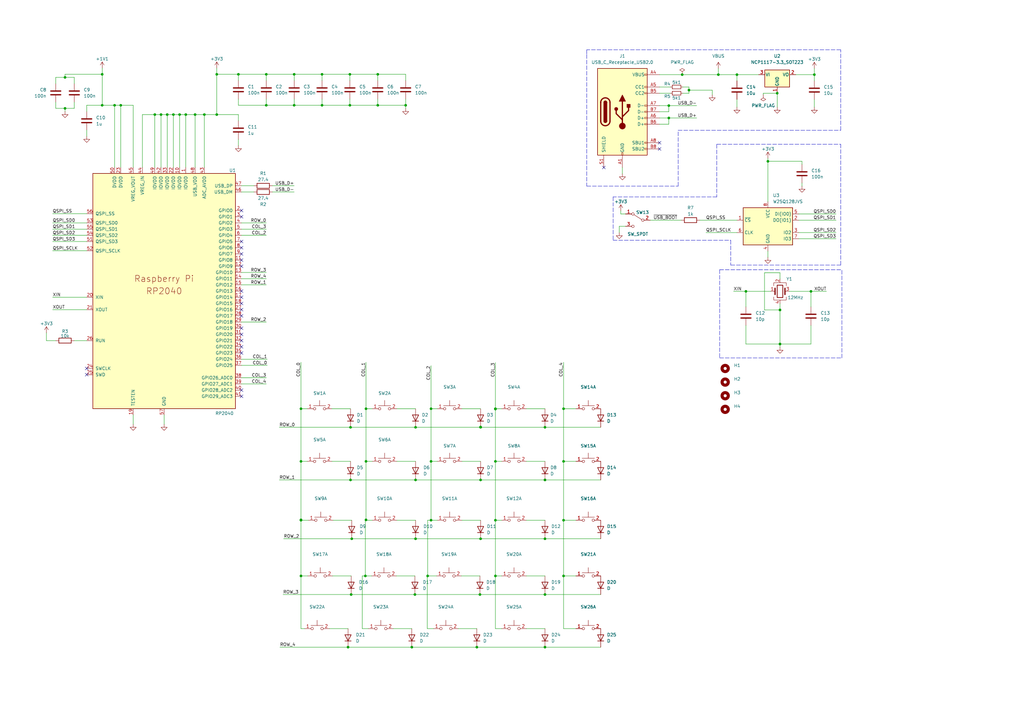
<source format=kicad_sch>
(kicad_sch (version 20211123) (generator eeschema)
  (paper "A3")
  (junction (at 170.434 175.26))
  (junction (at 223.52 243.84))
  (junction (at 332.613 119.507))
  (junction (at 319.913 141.097))
  (junction (at 231.14 167.64))
  (junction (at 144.272 220.98))
  (junction (at 294.64 30.607))
  (junction (at 76.2 46.99))
  (junction (at 26.67 44.45))
  (junction (at 88.9 46.99))
  (junction (at 166.37 43.18))
  (junction (at 143.764 196.85))
  (junction (at 168.91 265.43))
  (junction (at 223.52 175.26))
  (junction (at 66.04 46.99))
  (junction (at 143.764 175.26))
  (junction (at 302.26 30.607))
  (junction (at 318.77 38.227))
  (junction (at 319.913 127.127))
  (junction (at 49.53 43.18))
  (junction (at 132.08 43.18))
  (junction (at 123.444 167.64))
  (junction (at 123.444 213.233))
  (junction (at 176.784 213.36))
  (junction (at 68.58 46.99))
  (junction (at 203.2 189.23))
  (junction (at 176.784 189.23))
  (junction (at 143.51 30.48))
  (junction (at 144.018 243.84))
  (junction (at 197.104 220.98))
  (junction (at 88.9 30.48))
  (junction (at 196.85 243.84))
  (junction (at 197.104 175.133))
  (junction (at 83.82 46.99))
  (junction (at 132.08 30.48))
  (junction (at 305.943 119.507))
  (junction (at 154.94 43.18))
  (junction (at 203.2 213.36))
  (junction (at 120.65 43.18))
  (junction (at 120.65 30.48))
  (junction (at 142.748 265.43))
  (junction (at 46.99 43.18))
  (junction (at 41.91 43.18))
  (junction (at 231.14 189.23))
  (junction (at 279.8003 30.607))
  (junction (at 150.114 189.23))
  (junction (at 149.86 236.22))
  (junction (at 203.2 167.64))
  (junction (at 231.14 236.22))
  (junction (at 195.58 265.43))
  (junction (at 282.575 36.957))
  (junction (at 223.52 265.43))
  (junction (at 123.444 189.23))
  (junction (at 150.114 213.233))
  (junction (at 203.2 236.22))
  (junction (at 274.32 43.307))
  (junction (at 175.387 236.22))
  (junction (at 109.22 43.18))
  (junction (at 170.434 196.85))
  (junction (at 123.444 236.22))
  (junction (at 80.01 46.99))
  (junction (at 223.52 196.85))
  (junction (at 63.5 46.99))
  (junction (at 223.52 220.98))
  (junction (at 154.94 30.48))
  (junction (at 334.01 30.607))
  (junction (at 203.2 167.767))
  (junction (at 123.444 213.36))
  (junction (at 150.114 167.64))
  (junction (at 26.67 31.75))
  (junction (at 170.18 243.84))
  (junction (at 97.79 30.48))
  (junction (at 314.96 66.167))
  (junction (at 274.32 48.387))
  (junction (at 71.12 46.99))
  (junction (at 197.104 175.26))
  (junction (at 170.434 220.98))
  (junction (at 231.14 213.36))
  (junction (at 73.66 46.99))
  (junction (at 197.104 196.85))
  (junction (at 41.91 30.48))
  (junction (at 176.784 167.64))
  (junction (at 143.51 43.18))
  (junction (at 109.22 30.48))
  (no_connect (at 99.06 106.68))
  (no_connect (at 99.06 109.22))
  (no_connect (at 247.65 68.707))
  (no_connect (at 99.06 144.78))
  (no_connect (at 99.06 160.02))
  (no_connect (at 270.51 61.087))
  (no_connect (at 99.06 162.56))
  (no_connect (at 35.56 153.67))
  (no_connect (at 99.06 119.38))
  (no_connect (at 99.06 142.24))
  (no_connect (at 99.06 99.06))
  (no_connect (at 99.06 104.14))
  (no_connect (at 99.06 129.54))
  (no_connect (at 99.06 101.6))
  (no_connect (at 35.56 151.13))
  (no_connect (at 99.06 86.36))
  (no_connect (at 270.51 58.547))
  (no_connect (at 99.06 127))
  (no_connect (at 99.06 88.9))
  (no_connect (at 99.06 137.16))
  (no_connect (at 99.06 121.92))
  (no_connect (at 99.06 139.7))
  (no_connect (at 99.06 134.62))
  (no_connect (at 99.06 124.46))
  (wire (pts (xy 166.37 40.64) (xy 166.37 43.18)))
  (wire (pts (xy 88.9 46.99) (xy 97.79 46.99)))
  (wire (pts (xy 223.52 175.26) (xy 246.38 175.26)))
  (wire (pts (xy 176.784 167.64) (xy 179.324 167.64)))
  (wire (pts (xy 176.784 189.23) (xy 179.324 189.23)))
  (wire (pts (xy 313.563 111.887) (xy 313.563 127.127)))
  (wire (pts (xy 132.08 43.18) (xy 143.51 43.18)))
  (wire (pts (xy 287.02 90.297) (xy 302.26 90.297)))
  (wire (pts (xy 176.784 149.987) (xy 176.784 167.64)))
  (wire (pts (xy 150.114 213.233) (xy 150.114 213.36)))
  (wire (pts (xy 35.56 53.34) (xy 35.56 55.88)))
  (polyline (pts (xy 295.148 110.617) (xy 295.148 146.812)))
  (wire (pts (xy 203.2 189.23) (xy 203.2 213.36)))
  (wire (pts (xy 132.08 30.48) (xy 143.51 30.48)))
  (wire (pts (xy 274.32 48.387) (xy 285.75 48.387)))
  (wire (pts (xy 254.635 87.757) (xy 254.635 86.487)))
  (wire (pts (xy 123.444 236.22) (xy 123.444 257.81)))
  (wire (pts (xy 99.06 157.48) (xy 109.22 157.48)))
  (wire (pts (xy 319.913 141.097) (xy 332.613 141.097)))
  (wire (pts (xy 88.9 30.48) (xy 88.9 46.99)))
  (wire (pts (xy 197.104 196.85) (xy 223.52 196.85)))
  (wire (pts (xy 203.2 167.64) (xy 205.74 167.64)))
  (wire (pts (xy 88.9 46.99) (xy 83.82 46.99)))
  (wire (pts (xy 231.14 213.36) (xy 236.22 213.36)))
  (wire (pts (xy 58.42 68.58) (xy 58.42 46.99)))
  (wire (pts (xy 300.863 119.507) (xy 305.943 119.507)))
  (wire (pts (xy 68.58 46.99) (xy 71.12 46.99)))
  (wire (pts (xy 270.51 50.927) (xy 274.32 50.927)))
  (wire (pts (xy 282.575 36.957) (xy 282.575 38.227)))
  (wire (pts (xy 197.104 175.26) (xy 197.104 175.133)))
  (wire (pts (xy 332.613 119.507) (xy 338.963 119.507)))
  (wire (pts (xy 231.14 236.22) (xy 231.14 257.81)))
  (wire (pts (xy 162.814 189.23) (xy 170.434 189.23)))
  (wire (pts (xy 280.035 35.687) (xy 282.575 35.687)))
  (polyline (pts (xy 345.313 146.812) (xy 345.313 110.617)))
  (wire (pts (xy 135.128 257.81) (xy 142.748 257.81)))
  (wire (pts (xy 123.444 189.23) (xy 123.444 213.233)))
  (wire (pts (xy 30.48 41.91) (xy 30.48 44.45)))
  (wire (pts (xy 305.943 119.507) (xy 305.943 125.857)))
  (wire (pts (xy 99.06 114.3) (xy 109.22 114.3)))
  (polyline (pts (xy 240.665 22.352) (xy 240.665 76.327)))
  (wire (pts (xy 162.814 167.64) (xy 170.434 167.64)))
  (wire (pts (xy 97.79 43.18) (xy 109.22 43.18)))
  (wire (pts (xy 97.79 46.99) (xy 97.79 49.53)))
  (wire (pts (xy 231.14 189.23) (xy 236.22 189.23)))
  (wire (pts (xy 63.5 68.58) (xy 63.5 46.99)))
  (wire (pts (xy 175.26 257.81) (xy 177.8 257.81)))
  (wire (pts (xy 123.444 236.22) (xy 126.238 236.22)))
  (wire (pts (xy 289.56 95.377) (xy 302.26 95.377)))
  (wire (pts (xy 282.575 35.687) (xy 282.575 36.957)))
  (wire (pts (xy 19.05 139.7) (xy 22.86 139.7)))
  (wire (pts (xy 149.86 236.22) (xy 152.4 236.22)))
  (wire (pts (xy 223.52 196.85) (xy 246.38 196.85)))
  (wire (pts (xy 88.9 30.48) (xy 97.79 30.48)))
  (wire (pts (xy 334.01 28.067) (xy 334.01 30.607)))
  (wire (pts (xy 149.86 213.233) (xy 150.114 213.233)))
  (wire (pts (xy 203.2 167.64) (xy 203.2 167.767)))
  (wire (pts (xy 319.913 127.127) (xy 319.913 124.587)))
  (wire (pts (xy 319.913 127.127) (xy 319.913 141.097)))
  (wire (pts (xy 313.563 127.127) (xy 319.913 127.127)))
  (wire (pts (xy 143.51 30.48) (xy 143.51 33.02)))
  (wire (pts (xy 99.06 76.2) (xy 104.14 76.2)))
  (wire (pts (xy 154.94 30.48) (xy 154.94 33.02)))
  (wire (pts (xy 215.9 236.22) (xy 223.52 236.22)))
  (wire (pts (xy 175.26 236.22) (xy 175.26 257.81)))
  (wire (pts (xy 73.66 46.99) (xy 76.2 46.99)))
  (wire (pts (xy 21.59 102.87) (xy 35.56 102.87)))
  (wire (pts (xy 332.613 133.477) (xy 332.613 141.097)))
  (wire (pts (xy 83.82 46.99) (xy 83.82 68.58)))
  (polyline (pts (xy 344.805 53.467) (xy 344.805 20.447)))
  (wire (pts (xy 83.82 46.99) (xy 80.01 46.99)))
  (wire (pts (xy 109.22 30.48) (xy 109.22 33.02)))
  (wire (pts (xy 332.613 119.507) (xy 332.613 125.857)))
  (wire (pts (xy 54.61 170.18) (xy 54.61 173.99)))
  (polyline (pts (xy 299.72 98.552) (xy 299.72 108.712)))
  (wire (pts (xy 143.51 40.64) (xy 143.51 43.18)))
  (wire (pts (xy 231.14 236.22) (xy 236.22 236.22)))
  (wire (pts (xy 223.52 220.98) (xy 246.38 220.98)))
  (wire (pts (xy 21.59 96.52) (xy 35.56 96.52)))
  (wire (pts (xy 120.65 30.48) (xy 120.65 33.02)))
  (wire (pts (xy 274.32 43.307) (xy 285.75 43.307)))
  (wire (pts (xy 99.06 149.86) (xy 109.601 149.86)))
  (wire (pts (xy 150.114 148.59) (xy 150.114 167.64)))
  (wire (pts (xy 120.65 43.18) (xy 132.08 43.18)))
  (wire (pts (xy 88.9 27.94) (xy 88.9 30.48)))
  (wire (pts (xy 170.18 243.84) (xy 196.85 243.84)))
  (polyline (pts (xy 294.005 80.772) (xy 251.46 80.772)))
  (wire (pts (xy 170.434 175.26) (xy 197.104 175.26)))
  (wire (pts (xy 149.86 236.22) (xy 149.86 213.233)))
  (polyline (pts (xy 295.148 146.812) (xy 345.313 146.812)))
  (wire (pts (xy 166.37 30.48) (xy 166.37 33.02)))
  (wire (pts (xy 132.08 40.64) (xy 132.08 43.18)))
  (wire (pts (xy 148.59 257.81) (xy 151.13 257.81)))
  (wire (pts (xy 41.91 43.18) (xy 46.99 43.18)))
  (wire (pts (xy 175.387 213.36) (xy 176.784 213.36)))
  (wire (pts (xy 270.51 35.687) (xy 274.955 35.687)))
  (wire (pts (xy 41.91 27.94) (xy 41.91 30.48)))
  (wire (pts (xy 148.59 236.22) (xy 149.86 236.22)))
  (wire (pts (xy 26.67 44.45) (xy 26.67 45.72)))
  (wire (pts (xy 114.554 196.85) (xy 143.764 196.85)))
  (polyline (pts (xy 251.46 98.552) (xy 299.72 98.552)))
  (wire (pts (xy 196.85 243.84) (xy 223.52 243.84)))
  (wire (pts (xy 231.14 257.81) (xy 236.22 257.81)))
  (wire (pts (xy 76.2 68.58) (xy 76.2 46.99)))
  (wire (pts (xy 282.575 38.227) (xy 280.035 38.227)))
  (wire (pts (xy 231.14 167.64) (xy 236.22 167.64)))
  (wire (pts (xy 136.144 167.64) (xy 143.764 167.64)))
  (wire (pts (xy 231.14 213.36) (xy 231.14 236.22)))
  (wire (pts (xy 150.114 167.64) (xy 152.654 167.64)))
  (wire (pts (xy 154.94 40.64) (xy 154.94 43.18)))
  (wire (pts (xy 161.29 257.81) (xy 168.91 257.81)))
  (wire (pts (xy 162.814 213.36) (xy 170.434 213.36)))
  (wire (pts (xy 176.784 189.23) (xy 176.784 213.36)))
  (wire (pts (xy 316.103 119.507) (xy 305.943 119.507)))
  (wire (pts (xy 26.67 30.48) (xy 41.91 30.48)))
  (wire (pts (xy 123.444 257.81) (xy 124.968 257.81)))
  (wire (pts (xy 123.444 189.23) (xy 125.984 189.23)))
  (wire (pts (xy 328.93 75.057) (xy 328.93 76.327)))
  (wire (pts (xy 109.22 40.64) (xy 109.22 43.18)))
  (wire (pts (xy 274.32 50.927) (xy 274.32 48.387)))
  (wire (pts (xy 313.055 38.227) (xy 318.77 38.227)))
  (wire (pts (xy 328.93 67.437) (xy 328.93 66.167)))
  (wire (pts (xy 270.51 43.307) (xy 274.32 43.307)))
  (wire (pts (xy 126.492 213.36) (xy 123.444 213.36)))
  (wire (pts (xy 334.01 40.767) (xy 334.01 43.942)))
  (polyline (pts (xy 294.005 59.182) (xy 294.005 80.772)))
  (polyline (pts (xy 251.46 85.217) (xy 251.46 98.552)))
  (wire (pts (xy 99.06 91.44) (xy 109.22 91.44)))
  (wire (pts (xy 254 92.837) (xy 254 95.377)))
  (wire (pts (xy 170.434 220.98) (xy 197.104 220.98)))
  (wire (pts (xy 314.96 64.897) (xy 314.96 66.167)))
  (wire (pts (xy 150.114 213.36) (xy 152.654 213.36)))
  (wire (pts (xy 144.272 220.98) (xy 170.434 220.98)))
  (wire (pts (xy 319.913 114.427) (xy 319.913 111.887)))
  (wire (pts (xy 215.9 213.36) (xy 223.52 213.36)))
  (wire (pts (xy 144.018 243.84) (xy 170.18 243.84)))
  (wire (pts (xy 305.943 133.477) (xy 305.943 141.097)))
  (wire (pts (xy 302.26 33.147) (xy 302.26 30.607)))
  (wire (pts (xy 215.9 189.23) (xy 223.52 189.23)))
  (wire (pts (xy 294.64 30.607) (xy 302.26 30.607)))
  (wire (pts (xy 215.9 167.64) (xy 223.52 167.64)))
  (polyline (pts (xy 344.805 20.447) (xy 240.665 20.447)))
  (wire (pts (xy 143.51 30.48) (xy 154.94 30.48)))
  (polyline (pts (xy 278.13 76.327) (xy 278.13 53.467)))
  (polyline (pts (xy 344.805 108.712) (xy 344.805 59.182)))
  (wire (pts (xy 150.114 189.23) (xy 150.114 213.233)))
  (polyline (pts (xy 295.148 110.617) (xy 345.313 110.617)))
  (wire (pts (xy 26.67 31.75) (xy 26.67 30.48)))
  (wire (pts (xy 314.96 66.167) (xy 314.96 82.677)))
  (wire (pts (xy 319.913 141.097) (xy 319.913 142.367)))
  (wire (pts (xy 326.39 30.607) (xy 334.01 30.607)))
  (wire (pts (xy 76.2 46.99) (xy 80.01 46.99)))
  (wire (pts (xy 266.7 90.297) (xy 279.4 90.297)))
  (polyline (pts (xy 294.005 59.182) (xy 344.805 59.182)))
  (wire (pts (xy 111.76 76.2) (xy 120.65 76.2)))
  (wire (pts (xy 231.14 167.64) (xy 231.14 189.23)))
  (wire (pts (xy 175.387 236.22) (xy 179.07 236.22)))
  (wire (pts (xy 256.54 87.757) (xy 254.635 87.757)))
  (wire (pts (xy 66.04 68.58) (xy 66.04 46.99)))
  (wire (pts (xy 223.52 243.84) (xy 246.38 243.84)))
  (wire (pts (xy 314.96 66.167) (xy 328.93 66.167)))
  (wire (pts (xy 189.484 189.23) (xy 197.104 189.23)))
  (wire (pts (xy 270.51 45.847) (xy 274.32 45.847)))
  (wire (pts (xy 123.444 213.36) (xy 123.444 236.22)))
  (wire (pts (xy 58.42 46.99) (xy 63.5 46.99)))
  (wire (pts (xy 143.764 175.26) (xy 170.434 175.26)))
  (polyline (pts (xy 251.46 80.772) (xy 251.46 84.582)))
  (wire (pts (xy 21.59 91.44) (xy 35.56 91.44)))
  (wire (pts (xy 71.12 68.58) (xy 71.12 46.99)))
  (wire (pts (xy 120.65 40.64) (xy 120.65 43.18)))
  (wire (pts (xy 319.913 111.887) (xy 313.563 111.887)))
  (wire (pts (xy 114.808 265.43) (xy 142.748 265.43)))
  (wire (pts (xy 327.66 87.757) (xy 342.9 87.757)))
  (wire (pts (xy 26.67 44.45) (xy 30.48 44.45)))
  (wire (pts (xy 68.58 68.58) (xy 68.58 46.99)))
  (wire (pts (xy 73.66 68.58) (xy 73.66 46.99)))
  (wire (pts (xy 21.59 121.92) (xy 35.56 121.92)))
  (wire (pts (xy 154.94 30.48) (xy 166.37 30.48)))
  (wire (pts (xy 274.32 45.847) (xy 274.32 43.307)))
  (wire (pts (xy 189.484 213.36) (xy 197.104 213.36)))
  (wire (pts (xy 270.51 48.387) (xy 274.32 48.387)))
  (wire (pts (xy 270.51 38.227) (xy 274.955 38.227)))
  (wire (pts (xy 99.06 111.76) (xy 109.22 111.76)))
  (wire (pts (xy 327.66 90.297) (xy 342.9 90.297)))
  (wire (pts (xy 123.444 167.64) (xy 123.444 189.23)))
  (wire (pts (xy 35.56 43.18) (xy 41.91 43.18)))
  (wire (pts (xy 30.48 31.75) (xy 30.48 34.29)))
  (wire (pts (xy 143.51 43.18) (xy 154.94 43.18)))
  (wire (pts (xy 197.104 220.98) (xy 223.52 220.98)))
  (wire (pts (xy 99.06 132.08) (xy 109.22 132.08)))
  (wire (pts (xy 63.5 46.99) (xy 66.04 46.99)))
  (wire (pts (xy 223.52 175.26) (xy 197.104 175.26)))
  (wire (pts (xy 175.387 236.22) (xy 175.387 213.36)))
  (wire (pts (xy 279.8003 30.607) (xy 294.64 30.607)))
  (wire (pts (xy 22.86 31.75) (xy 26.67 31.75)))
  (polyline (pts (xy 278.13 53.467) (xy 344.805 53.467)))
  (wire (pts (xy 231.14 148.59) (xy 231.14 167.64)))
  (wire (pts (xy 168.91 265.43) (xy 195.58 265.43)))
  (wire (pts (xy 99.06 154.94) (xy 109.22 154.94)))
  (wire (pts (xy 143.764 196.85) (xy 170.434 196.85)))
  (wire (pts (xy 203.2 236.22) (xy 205.74 236.22)))
  (wire (pts (xy 162.56 236.22) (xy 170.18 236.22)))
  (wire (pts (xy 166.37 43.18) (xy 166.37 44.45)))
  (wire (pts (xy 302.26 40.767) (xy 302.26 43.942)))
  (wire (pts (xy 99.06 78.74) (xy 104.14 78.74)))
  (wire (pts (xy 109.22 43.18) (xy 120.65 43.18)))
  (wire (pts (xy 203.2 189.23) (xy 205.74 189.23)))
  (wire (pts (xy 203.2 236.22) (xy 203.2 257.81)))
  (wire (pts (xy 97.79 40.64) (xy 97.79 43.18)))
  (wire (pts (xy 116.078 243.84) (xy 144.018 243.84)))
  (wire (pts (xy 35.56 45.72) (xy 35.56 43.18)))
  (wire (pts (xy 255.27 68.707) (xy 255.27 71.247)))
  (wire (pts (xy 46.99 43.18) (xy 46.99 68.58)))
  (wire (pts (xy 292.1 36.957) (xy 292.1 38.862)))
  (wire (pts (xy 123.444 213.36) (xy 123.444 213.233)))
  (wire (pts (xy 294.64 28.067) (xy 294.64 30.607)))
  (wire (pts (xy 148.59 257.81) (xy 148.59 236.22)))
  (wire (pts (xy 231.14 189.23) (xy 231.14 213.36)))
  (wire (pts (xy 314.96 102.997) (xy 314.96 105.537)))
  (wire (pts (xy 323.723 119.507) (xy 332.613 119.507)))
  (wire (pts (xy 176.784 167.64) (xy 176.784 189.23)))
  (wire (pts (xy 142.748 265.43) (xy 168.91 265.43)))
  (wire (pts (xy 97.79 33.02) (xy 97.79 30.48)))
  (wire (pts (xy 54.61 43.18) (xy 54.61 68.58)))
  (wire (pts (xy 203.2 167.767) (xy 203.2 189.23)))
  (wire (pts (xy 195.58 265.43) (xy 223.52 265.43)))
  (wire (pts (xy 327.66 97.917) (xy 342.9 97.917)))
  (wire (pts (xy 99.06 147.32) (xy 109.601 147.32)))
  (wire (pts (xy 21.59 93.98) (xy 35.56 93.98)))
  (wire (pts (xy 313.055 38.862) (xy 313.055 38.227)))
  (wire (pts (xy 327.66 95.377) (xy 342.9 95.377)))
  (wire (pts (xy 334.01 30.607) (xy 334.01 33.147)))
  (wire (pts (xy 22.86 41.91) (xy 22.86 44.45)))
  (wire (pts (xy 154.94 43.18) (xy 166.37 43.18)))
  (wire (pts (xy 132.08 30.48) (xy 132.08 33.02)))
  (wire (pts (xy 223.52 265.43) (xy 246.38 265.43)))
  (wire (pts (xy 318.77 38.227) (xy 318.77 43.942)))
  (polyline (pts (xy 240.665 20.447) (xy 240.665 22.352)))
  (wire (pts (xy 21.59 99.06) (xy 35.56 99.06)))
  (wire (pts (xy 49.53 43.18) (xy 49.53 68.58)))
  (wire (pts (xy 19.05 136.525) (xy 19.05 139.7)))
  (wire (pts (xy 22.86 34.29) (xy 22.86 31.75)))
  (wire (pts (xy 66.04 46.99) (xy 68.58 46.99)))
  (wire (pts (xy 302.26 30.607) (xy 311.15 30.607)))
  (wire (pts (xy 187.96 257.81) (xy 195.58 257.81)))
  (wire (pts (xy 123.444 167.64) (xy 125.984 167.64)))
  (wire (pts (xy 170.434 196.85) (xy 197.104 196.85)))
  (wire (pts (xy 99.06 116.84) (xy 109.22 116.84)))
  (wire (pts (xy 282.575 36.957) (xy 292.1 36.957)))
  (wire (pts (xy 80.01 46.99) (xy 80.01 68.58)))
  (wire (pts (xy 67.31 170.18) (xy 67.31 173.99)))
  (wire (pts (xy 215.9 257.81) (xy 223.52 257.81)))
  (wire (pts (xy 109.22 30.48) (xy 120.65 30.48)))
  (wire (pts (xy 22.86 44.45) (xy 26.67 44.45)))
  (wire (pts (xy 203.2 257.81) (xy 205.74 257.81)))
  (wire (pts (xy 21.59 87.63) (xy 35.56 87.63)))
  (wire (pts (xy 26.67 31.75) (xy 30.48 31.75)))
  (wire (pts (xy 203.2 213.36) (xy 203.2 236.22)))
  (wire (pts (xy 189.23 236.22) (xy 196.85 236.22)))
  (wire (pts (xy 49.53 43.18) (xy 54.61 43.18)))
  (wire (pts (xy 116.332 220.98) (xy 144.272 220.98)))
  (wire (pts (xy 46.99 43.18) (xy 49.53 43.18)))
  (wire (pts (xy 256.54 92.837) (xy 254 92.837)))
  (wire (pts (xy 97.79 30.48) (xy 109.22 30.48)))
  (polyline (pts (xy 240.665 76.327) (xy 278.13 76.327)))
  (wire (pts (xy 114.554 175.26) (xy 143.764 175.26)))
  (wire (pts (xy 150.114 189.23) (xy 152.654 189.23)))
  (wire (pts (xy 189.484 167.64) (xy 197.104 167.64)))
  (wire (pts (xy 136.398 236.22) (xy 144.018 236.22)))
  (wire (pts (xy 97.79 57.15) (xy 97.79 59.69)))
  (wire (pts (xy 71.12 46.99) (xy 73.66 46.99)))
  (wire (pts (xy 136.652 213.36) (xy 144.272 213.36)))
  (wire (pts (xy 111.76 78.74) (xy 120.65 78.74)))
  (wire (pts (xy 305.943 141.097) (xy 319.913 141.097)))
  (wire (pts (xy 21.59 127) (xy 35.56 127)))
  (wire (pts (xy 120.65 30.48) (xy 132.08 30.48)))
  (wire (pts (xy 175.26 236.22) (xy 175.387 236.22)))
  (wire (pts (xy 41.91 43.18) (xy 41.91 30.48)))
  (wire (pts (xy 123.444 148.59) (xy 123.444 167.64)))
  (wire (pts (xy 136.144 189.23) (xy 143.764 189.23)))
  (wire (pts (xy 150.114 167.64) (xy 150.114 189.23)))
  (wire (pts (xy 99.06 96.52) (xy 109.22 96.52)))
  (wire (pts (xy 30.48 139.7) (xy 35.56 139.7)))
  (wire (pts (xy 203.2 213.36) (xy 205.74 213.36)))
  (wire (pts (xy 270.51 30.607) (xy 279.8003 30.607)))
  (wire (pts (xy 176.784 213.36) (xy 179.324 213.36)))
  (polyline (pts (xy 299.72 108.712) (xy 344.805 108.712)))
  (wire (pts (xy 99.06 93.98) (xy 109.22 93.98)))
  (wire (pts (xy 203.2 148.717) (xy 203.2 167.64)))
  (label "XOUT" (at 21.59 127 0))
  (label "COL_3" (at 109.22 154.94 180))
  (label "QSPI_SD2" (at 342.9 95.377 180))
  (label "COL_4" (at 109.22 157.48 180))
  (label "ROW_4" (at 114.808 265.43 0))
  (label "COL_0" (at 109.601 149.86 180))
  (label "ROW_3" (at 116.078 243.84 0))
  (label "ROW_4" (at 109.22 114.3 180))
  (label "QSPI_SCLK" (at 21.59 102.87 0))
  (label "XOUT" (at 338.963 119.507 180))
  (label "USB_D+" (at 285.75 48.387 180))
  (label "ROW_1" (at 109.22 116.84 180))
  (label "QSPI_SS" (at 289.56 90.297 0))
  (label "QSPI_SD3" (at 342.9 97.917 180))
  (label "COL_0" (at 123.444 148.59 270))
  (label "ROW_2" (at 109.22 132.08 180))
  (label "XIN" (at 300.863 119.507 0))
  (label "ROW_3" (at 109.22 111.76 180))
  (label "QSPI_SD0" (at 21.59 91.44 0))
  (label "QSPI_SCLK" (at 289.56 95.377 0))
  (label "QSPI_SD2" (at 21.59 96.52 0))
  (label "COL_1" (at 150.114 148.59 270))
  (label "COL_2" (at 176.784 149.987 270))
  (label "QSPI_SS" (at 21.59 87.63 0))
  (label "QSPI_SD1" (at 21.59 93.98 0))
  (label "COL_3" (at 203.2 148.717 270))
  (label "QSPI_SD0" (at 342.9 87.757 180))
  (label "USB_D+" (at 120.65 76.2 180))
  (label "~{USB_BOOT}" (at 267.97 90.297 0))
  (label "COL_3" (at 109.22 93.98 180))
  (label "QSPI_SD3" (at 21.59 99.06 0))
  (label "ROW_0" (at 109.22 91.44 180))
  (label "COL_2" (at 109.22 96.52 180))
  (label "USB_D-" (at 120.65 78.74 180))
  (label "ROW_1" (at 114.554 196.85 0))
  (label "ROW_0" (at 114.554 175.26 0))
  (label "XIN" (at 21.59 121.92 0))
  (label "ROW_2" (at 116.332 220.98 0))
  (label "USB_D-" (at 285.75 43.307 180))
  (label "COL_4" (at 231.14 148.59 270))
  (label "COL_1" (at 109.601 147.32 180))
  (label "QSPI_SD1" (at 342.9 90.297 180))
  (symbol (lib_id "Device:C") (at 305.943 129.667 0) (unit 1)
    (property "Reference" "C12" (at 309.88 128.3969 0) (effects (justify left)))
    (property "Value" "10p" (at 309.88 130.9369 0) (effects (justify left)))
    (property "Footprint" "Capacitor_SMD:C_0402_1005Metric" (effects hide))
  )
  (symbol (lib_id "Device:D") (at 246.38 193.04 90) (unit 1)
    (property "Reference" "D14" (at 248.92 191.7699 90) (effects (justify right)))
    (property "Value" "D" (at 248.92 194.3099 90) (effects (justify right)))
    (property "Footprint" "Diode_SMD:D_SOD-123" (effects hide))
  )
  (symbol (lib_id "keebio:MX_LED") (at 184.404 167.64 0) (unit 1)
    (property "Reference" "SW3" (at 184.404 158.75 0))
    (property "Value" "KEY_3_02" (effects hide))
    (property "Footprint" "Switch_Keyboard_Cherry_MX:SW_Cherry_MX_PCB_1.00u" (effects hide))
  )
  (symbol (lib_id "power:GND") (at 314.96 105.537 0) (unit 1)
    (property "Reference" "#PWR0101" (effects hide))
    (property "Value" "GND" (effects hide))
  )
  (symbol (lib_id "Mechanical:MountingHole") (at 297.434 167.894 0) (unit 1)
    (property "Reference" "H4" (at 300.99 166.6239 0) (effects (justify left)))
    (property "Value" "MountingHole" (effects hide))
    (property "Footprint" "MountingHole:MountingHole_2.7mm_M2.5" (effects hide))
  )
  (symbol (lib_id "Device:C") (at 35.56 49.53 0) (unit 1)
    (property "Reference" "C10" (at 39.37 48.2599 0) (effects (justify left)))
    (property "Value" "1u" (at 39.37 50.7999 0) (effects (justify left)))
    (property "Footprint" "Capacitor_SMD:C_0402_1005Metric" (effects hide))
  )
  (symbol (lib_id "Device:C") (at 154.94 36.83 0) (unit 1)
    (property "Reference" "C6" (at 158.75 35.5599 0) (effects (justify left)))
    (property "Value" "100n" (at 158.75 38.0999 0) (effects (justify left)))
    (property "Footprint" "Capacitor_SMD:C_0402_1005Metric" (effects hide))
  )
  (symbol (lib_id "power:GND") (at 35.56 55.88 0) (unit 1)
    (property "Reference" "#PWR0116" (effects hide))
    (property "Value" "GND" (effects hide))
  )
  (symbol (lib_id "power:GND") (at 67.31 173.99 0) (unit 1)
    (property "Reference" "#PWR0117" (effects hide))
    (property "Value" "GND" (effects hide))
  )
  (symbol (lib_id "Device:R") (at 283.21 90.297 90) (unit 1)
    (property "Reference" "R7" (at 283.21 85.217 90))
    (property "Value" "1k" (at 283.21 87.757 90))
    (property "Footprint" "Resistor_SMD:R_0402_1005Metric" (effects hide))
  )
  (symbol (lib_id "Device:C") (at 132.08 36.83 0) (unit 1)
    (property "Reference" "C4" (at 135.89 35.5599 0) (effects (justify left)))
    (property "Value" "100n" (at 135.89 38.0999 0) (effects (justify left)))
    (property "Footprint" "Capacitor_SMD:C_0402_1005Metric" (effects hide))
  )
  (symbol (lib_id "Device:D") (at 195.58 261.62 90) (unit 1)
    (property "Reference" "D23" (at 198.12 260.3499 90) (effects (justify right)))
    (property "Value" "D" (at 198.12 262.8899 90) (effects (justify right)))
    (property "Footprint" "Diode_SMD:D_SOD-123" (effects hide))
  )
  (symbol (lib_id "keebio:MX_LED") (at 157.734 167.64 0) (unit 1)
    (property "Reference" "SW2" (at 157.734 161.29 0))
    (property "Value" "KEY_2_01" (effects hide))
    (property "Footprint" "Switch_Keyboard_Cherry_MX:SW_Cherry_MX_PCB_1.00u" (effects hide))
  )
  (symbol (lib_id "power:GND") (at 319.913 142.367 0) (unit 1)
    (property "Reference" "#PWR0104" (effects hide))
    (property "Value" "GND" (effects hide))
  )
  (symbol (lib_id "Device:D") (at 223.52 193.04 90) (unit 1)
    (property "Reference" "D8" (at 225.679 191.7699 90) (effects (justify right)))
    (property "Value" "D" (at 225.679 194.3099 90) (effects (justify right)))
    (property "Footprint" "Diode_SMD:D_SOD-123" (effects hide))
  )
  (symbol (lib_id "keebio:MX_LED") (at 157.48 236.22 0) (unit 1)
    (property "Reference" "SW18" (at 157.48 227.33 0))
    (property "Value" "KEY_10_21" (effects hide))
    (property "Footprint" "Switch_Keyboard_Cherry_MX:SW_Cherry_MX_PCB_1.00u" (effects hide))
  )
  (symbol (lib_id "power:GND") (at 292.1 38.862 0) (mirror y) (unit 1)
    (property "Reference" "#PWR0112" (effects hide))
    (property "Value" "GND" (effects hide))
  )
  (symbol (lib_id "Mechanical:MountingHole") (at 297.434 151.13 0) (unit 1)
    (property "Reference" "H1" (at 300.99 149.8599 0) (effects (justify left)))
    (property "Value" "MountingHole" (effects hide))
    (property "Footprint" "MountingHole:MountingHole_2.7mm_M2.5" (effects hide))
  )
  (symbol (lib_id "Device:D") (at 170.434 171.45 90) (unit 1)
    (property "Reference" "D2" (at 172.974 170.1799 90) (effects (justify right)))
    (property "Value" "D" (at 172.974 172.7199 90) (effects (justify right)))
    (property "Footprint" "Diode_SMD:D_SOD-123" (effects hide))
  )
  (symbol (lib_id "Device:D") (at 223.52 217.17 90) (unit 1)
    (property "Reference" "D12" (at 226.06 215.8999 90) (effects (justify right)))
    (property "Value" "D" (at 226.06 218.4399 90) (effects (justify right)))
    (property "Footprint" "Diode_SMD:D_SOD-123" (effects hide))
  )
  (symbol (lib_id "power:GND") (at 26.67 45.72 0) (unit 1)
    (property "Reference" "#PWR0115" (effects hide))
    (property "Value" "GND" (effects hide))
  )
  (symbol (lib_id "Device:D") (at 223.52 240.03 90) (unit 1)
    (property "Reference" "D19" (at 226.06 238.7599 90) (effects (justify right)))
    (property "Value" "D" (at 226.06 241.2999 90) (effects (justify right)))
    (property "Footprint" "Diode_SMD:D_SOD-123" (effects hide))
  )
  (symbol (lib_id "keebio:MX_LED") (at 241.3 189.23 0) (unit 1)
    (property "Reference" "SW15" (at 241.3 182.88 0))
    (property "Value" "KEY_8_13" (effects hide))
    (property "Footprint" "Switch_Keyboard_Cherry_MX:SW_Cherry_MX_PCB_1.00u" (effects hide))
  )
  (symbol (lib_id "power:GND") (at 328.93 76.327 0) (unit 1)
    (property "Reference" "#PWR0102" (effects hide))
    (property "Value" "GND" (effects hide))
  )
  (symbol (lib_id "keebio:MX_LED") (at 210.82 236.22 0) (unit 1)
    (property "Reference" "SW20" (at 210.82 227.33 0))
    (property "Value" "KEY_12_23" (effects hide))
    (property "Footprint" "Switch_Keyboard_Cherry_MX:SW_Cherry_MX_PCB_1.00u" (effects hide))
  )
  (symbol (lib_id "Device:D") (at 197.104 193.04 90) (unit 1)
    (property "Reference" "D7" (at 199.644 191.7699 90) (effects (justify right)))
    (property "Value" "D" (at 199.644 194.3099 90) (effects (justify right)))
    (property "Footprint" "Diode_SMD:D_SOD-123" (effects hide))
  )
  (symbol (lib_id "Device:C") (at 97.79 36.83 0) (unit 1)
    (property "Reference" "C1" (at 101.6 35.5599 0) (effects (justify left)))
    (property "Value" "100n" (at 101.6 38.0999 0) (effects (justify left)))
    (property "Footprint" "Capacitor_SMD:C_0402_1005Metric" (effects hide))
  )
  (symbol (lib_id "keebio:MX_LED") (at 184.15 236.22 0) (unit 1)
    (property "Reference" "SW19" (at 184.15 227.33 0))
    (property "Value" "KEY_11_22" (effects hide))
    (property "Footprint" "Switch_Keyboard_Cherry_MX:SW_Cherry_MX_PCB_1.00u" (effects hide))
  )
  (symbol (lib_id "Device:D") (at 170.434 217.17 90) (unit 1)
    (property "Reference" "D10" (at 173.609 215.8999 90) (effects (justify right)))
    (property "Value" "D" (at 173.609 218.4399 90) (effects (justify right)))
    (property "Footprint" "Diode_SMD:D_SOD-123" (effects hide))
  )
  (symbol (lib_id "Regulator_Linear:NCP1117-3.3_SOT223") (at 318.77 30.607 0) (unit 1)
    (property "Reference" "U2" (at 318.77 22.987 0))
    (property "Value" "NCP1117-3.3_SOT223" (at 318.77 25.527 0))
    (property "Footprint" "Package_TO_SOT_SMD:SOT-223-3_TabPin2" (effects hide))
    (property "Datasheet" "http://www.onsemi.com/pub_link/Collateral/NCP1117-D.PDF" (effects hide))
  )
  (symbol (lib_id "Connector:USB_C_Receptacle_USB2.0") (at 255.27 45.847 0) (unit 1)
    (property "Reference" "J1" (at 255.27 22.987 0))
    (property "Value" "USB_C_Receptacle_USB2.0" (at 255.27 25.527 0))
    (property "Footprint" "Connector_USB:USB_C_Receptacle_XKB_U262-16XN-4BVC11" (effects hide))
    (property "Datasheet" "https://www.usb.org/sites/default/files/documents/usb_type-c.zip" (effects hide))
  )
  (symbol (lib_id "keebio:MX_LED") (at 131.064 189.23 0) (unit 1)
    (property "Reference" "SW5" (at 131.064 180.34 0))
    (property "Value" "KEY_5_10" (effects hide))
    (property "Footprint" "Switch_Keyboard_Cherry_MX:SW_Cherry_MX_PCB_1.00u" (effects hide))
  )
  (symbol (lib_id "keebio:MX_LED") (at 131.572 213.36 0) (unit 1)
    (property "Reference" "SW9" (at 131.572 204.47 0))
    (property "Value" "KEY_9_20" (effects hide))
    (property "Footprint" "Switch_Keyboard_Cherry_MX:SW_Cherry_MX_PCB_1.00u" (effects hide))
  )
  (symbol (lib_id "power:PWR_FLAG") (at 313.055 38.862 180) (unit 1)
    (property "Reference" "#FLG0101" (effects hide))
    (property "Value" "PWR_FLAG" (at 313.055 43.307 0))
  )
  (symbol (lib_id "power:GND") (at 255.27 71.247 0) (unit 1)
    (property "Reference" "#PWR0109" (effects hide))
    (property "Value" "GND" (effects hide))
  )
  (symbol (lib_id "Switch:SW_SPDT") (at 261.62 90.297 0) (mirror y) (unit 1)
    (property "Reference" "SW13" (at 263.525 87.122 0))
    (property "Value" "SW_SPDT" (at 261.62 96.012 0))
    (property "Footprint" "Button_Switch_SMD:SW_SPDT_PCM12" (effects hide))
  )
  (symbol (lib_id "power:GND") (at 302.26 43.942 0) (unit 1)
    (property "Reference" "#PWR0113" (effects hide))
    (property "Value" "GND" (effects hide))
  )
  (symbol (lib_id "power:GND") (at 54.61 173.99 0) (unit 1)
    (property "Reference" "#PWR0118" (effects hide))
    (property "Value" "GND" (effects hide))
  )
  (symbol (lib_id "power:+3V3") (at 334.01 28.067 0) (unit 1)
    (property "Reference" "#PWR0110" (effects hide))
    (property "Value" "+3V3" (at 334.01 24.257 0))
  )
  (symbol (lib_id "keebio:MX_LED") (at 131.318 236.22 0) (unit 1)
    (property "Reference" "SW17" (at 131.318 227.33 0))
    (property "Value" "KEY_9_20" (effects hide))
    (property "Footprint" "Switch_Keyboard_Cherry_MX:SW_Cherry_MX_PCB_1.00u" (effects hide))
  )
  (symbol (lib_id "power:+3V3") (at 19.05 136.525 0) (unit 1)
    (property "Reference" "#PWR0121" (effects hide))
    (property "Value" "+3V3" (at 19.05 132.715 0))
  )
  (symbol (lib_id "keebio:MX_LED") (at 210.82 213.36 0) (unit 1)
    (property "Reference" "SW12" (at 210.82 204.47 0))
    (property "Value" "KEY_12_23" (effects hide))
    (property "Footprint" "Switch_Keyboard_Cherry_MX:SW_Cherry_MX_PCB_1.00u" (effects hide))
  )
  (symbol (lib_id "Device:C") (at 302.26 36.957 0) (unit 1)
    (property "Reference" "C14" (at 306.07 35.6869 0) (effects (justify left)))
    (property "Value" "10u" (at 306.07 38.2269 0) (effects (justify left)))
    (property "Footprint" "Capacitor_SMD:C_0603_1608Metric" (effects hide))
  )
  (symbol (lib_id "keebio:MX_LED") (at 210.82 257.81 0) (unit 1)
    (property "Reference" "SW25" (at 210.82 248.92 0))
    (property "Value" "KEY_12_23" (effects hide))
    (property "Footprint" "Switch_Keyboard_Cherry_MX:SW_Cherry_MX_PCB_1.00u" (effects hide))
  )
  (symbol (lib_id "Mechanical:MountingHole") (at 297.434 156.718 0) (unit 1)
    (property "Reference" "H2" (at 300.99 155.4479 0) (effects (justify left)))
    (property "Value" "MountingHole" (effects hide))
    (property "Footprint" "MountingHole:MountingHole_2.7mm_M2.5" (effects hide))
  )
  (symbol (lib_id "Device:D") (at 170.18 240.03 90) (unit 1)
    (property "Reference" "D17" (at 173.355 238.7599 90) (effects (justify right)))
    (property "Value" "D" (at 173.355 241.2999 90) (effects (justify right)))
    (property "Footprint" "Diode_SMD:D_SOD-123" (effects hide))
  )
  (symbol (lib_id "power:+1V1") (at 41.91 27.94 0) (unit 1)
    (property "Reference" "#PWR0114" (effects hide))
    (property "Value" "+1V1" (at 41.91 24.13 0))
  )
  (symbol (lib_id "power:GND") (at 97.79 59.69 0) (unit 1)
    (property "Reference" "#PWR0119" (effects hide))
    (property "Value" "GND" (effects hide))
  )
  (symbol (lib_id "Device:C") (at 328.93 71.247 0) (unit 1)
    (property "Reference" "C16" (at 332.74 69.9769 0) (effects (justify left)))
    (property "Value" "100n" (at 332.74 72.5169 0) (effects (justify left)))
    (property "Footprint" "Capacitor_SMD:C_0402_1005Metric" (effects hide))
  )
  (symbol (lib_id "Device:D") (at 168.91 261.62 90) (unit 1)
    (property "Reference" "D22" (at 172.085 260.3499 90) (effects (justify right)))
    (property "Value" "D" (at 172.085 262.8899 90) (effects (justify right)))
    (property "Footprint" "Diode_SMD:D_SOD-123" (effects hide))
  )
  (symbol (lib_id "power:GND") (at 166.37 44.45 0) (unit 1)
    (property "Reference" "#PWR0107" (effects hide))
    (property "Value" "GND" (effects hide))
  )
  (symbol (lib_id "keebio:MX_LED") (at 184.404 213.36 0) (unit 1)
    (property "Reference" "SW11" (at 184.404 204.47 0))
    (property "Value" "KEY_11_22" (effects hide))
    (property "Footprint" "Switch_Keyboard_Cherry_MX:SW_Cherry_MX_PCB_1.00u" (effects hide))
  )
  (symbol (lib_id "power:GND") (at 318.77 43.942 0) (unit 1)
    (property "Reference" "#PWR0123" (effects hide))
    (property "Value" "GND" (effects hide))
  )
  (symbol (lib_id "Device:C") (at 120.65 36.83 0) (unit 1)
    (property "Reference" "C3" (at 124.46 35.5599 0) (effects (justify left)))
    (property "Value" "100n" (at 124.46 38.0999 0) (effects (justify left)))
    (property "Footprint" "Capacitor_SMD:C_0402_1005Metric" (effects hide))
  )
  (symbol (lib_id "keebio:MX_LED") (at 157.734 189.23 0) (unit 1)
    (property "Reference" "SW6" (at 157.734 180.34 0))
    (property "Value" "KEY_6_11" (effects hide))
    (property "Footprint" "Switch_Keyboard_Cherry_MX:SW_Cherry_MX_PCB_1.00u" (effects hide))
  )
  (symbol (lib_id "Device:D") (at 246.38 240.03 90) (unit 1)
    (property "Reference" "D20" (at 248.92 238.7599 90) (effects (justify right)))
    (property "Value" "D" (at 248.92 241.2999 90) (effects (justify right)))
    (property "Footprint" "Diode_SMD:D_SOD-123" (effects hide))
  )
  (symbol (lib_id "Device:D") (at 246.38 171.45 90) (unit 1)
    (property "Reference" "D13" (at 248.92 170.1799 90) (effects (justify right)))
    (property "Value" "D" (at 248.92 172.7199 90) (effects (justify right)))
    (property "Footprint" "Diode_SMD:D_SOD-123" (effects hide))
  )
  (symbol (lib_id "Device:C") (at 109.22 36.83 0) (unit 1)
    (property "Reference" "C2" (at 113.03 35.5599 0) (effects (justify left)))
    (property "Value" "100n" (at 113.03 38.0999 0) (effects (justify left)))
    (property "Footprint" "Capacitor_SMD:C_0402_1005Metric" (effects hide))
  )
  (symbol (lib_id "power:GND") (at 254 95.377 0) (unit 1)
    (property "Reference" "#PWR0108" (effects hide))
    (property "Value" "GND" (effects hide))
  )
  (symbol (lib_id "Device:D") (at 223.52 261.62 90) (unit 1)
    (property "Reference" "D24" (at 226.06 260.3499 90) (effects (justify right)))
    (property "Value" "D" (at 226.06 262.8899 90) (effects (justify right)))
    (property "Footprint" "Diode_SMD:D_SOD-123" (effects hide))
  )
  (symbol (lib_id "power:VBUS") (at 294.64 28.067 0) (unit 1)
    (property "Reference" "#PWR0111" (effects hide))
    (property "Value" "VBUS" (at 294.64 22.987 0))
  )
  (symbol (lib_id "MCU_RaspberryPi_RP2040:RP2040") (at 67.31 119.38 0) (unit 1)
    (property "Reference" "U1" (at 93.98 69.85 0) (effects (justify left)))
    (property "Value" "RP2040" (at 88.265 169.545 0) (effects (justify left)))
    (property "Footprint" "Package_DFN_QFN:QFN-56-1EP_7x7mm_P0.4mm_EP5.6x5.6mm" (effects hide))
  )
  (symbol (lib_id "Device:D") (at 197.104 171.45 90) (unit 1)
    (property "Reference" "D3" (at 199.644 170.1799 90) (effects (justify right)))
    (property "Value" "D" (at 199.644 172.7199 90) (effects (justify right)))
    (property "Footprint" "Diode_SMD:D_SOD-123" (effects hide))
  )
  (symbol (lib_id "power:+3V3") (at 88.9 27.94 0) (unit 1)
    (property "Reference" "#PWR0120" (effects hide))
    (property "Value" "+3V3" (at 88.9 24.13 0))
  )
  (symbol (lib_id "keebio:MX_LED") (at 130.048 257.81 0) (unit 1)
    (property "Reference" "SW22" (at 130.048 248.92 0))
    (property "Value" "KEY_9_20" (effects hide))
    (property "Footprint" "Switch_Keyboard_Cherry_MX:SW_Cherry_MX_PCB_1.00u" (effects hide))
  )
  (symbol (lib_id "Device:R") (at 26.67 139.7 90) (unit 1)
    (property "Reference" "R3" (at 26.67 135.89 90))
    (property "Value" "10k" (at 26.67 137.795 90))
    (property "Footprint" "Resistor_SMD:R_0402_1005Metric" (effects hide))
  )
  (symbol (lib_id "Device:Crystal_GND24") (at 319.913 119.507 0) (unit 1)
    (property "Reference" "Y1" (at 323.723 114.427 0))
    (property "Value" "12MHz" (at 326.263 122.047 0))
    (property "Footprint" "Crystal:Crystal_SMD_3225-4Pin_3.2x2.5mm" (effects hide))
  )
  (symbol (lib_id "Device:D") (at 144.272 217.17 90) (unit 1)
    (property "Reference" "D9" (at 147.447 215.8999 90) (effects (justify right)))
    (property "Value" "D" (at 147.447 218.4399 90) (effects (justify right)))
    (property "Footprint" "Diode_SMD:D_SOD-123" (effects hide))
  )
  (symbol (lib_id "Device:R_Small") (at 277.495 35.687 90) (mirror x) (unit 1)
    (property "Reference" "R4" (at 273.685 34.417 90))
    (property "Value" "5k1" (at 277.495 33.782 90))
    (property "Footprint" "Resistor_SMD:R_0402_1005Metric" (effects hide))
  )
  (symbol (lib_id "Mechanical:MountingHole") (at 297.434 162.306 0) (unit 1)
    (property "Reference" "H3" (at 300.99 161.0359 0) (effects (justify left)))
    (property "Value" "MountingHole" (effects hide))
    (property "Footprint" "MountingHole:MountingHole_2.7mm_M2.5" (effects hide))
  )
  (symbol (lib_id "Device:C") (at 30.48 38.1 0) (unit 1)
    (property "Reference" "C9" (at 34.29 36.8299 0) (effects (justify left)))
    (property "Value" "100n" (at 34.29 39.3699 0) (effects (justify left)))
    (property "Footprint" "Capacitor_SMD:C_0402_1005Metric" (effects hide))
  )
  (symbol (lib_id "power:PWR_FLAG") (at 279.8003 30.607 0) (unit 1)
    (property "Reference" "#FLG0102" (effects hide))
    (property "Value" "PWR_FLAG" (at 279.8003 25.527 0))
  )
  (symbol (lib_id "keebio:MX_LED") (at 241.3 213.36 0) (unit 1)
    (property "Reference" "SW16" (at 241.3 204.47 0))
    (property "Value" "MX_LED" (effects hide))
    (property "Footprint" "Switch_Keyboard_Cherry_MX:SW_Cherry_MX_PCB_1.00u" (effects hide))
  )
  (symbol (lib_id "Device:R") (at 107.95 78.74 90) (unit 1)
    (property "Reference" "R2" (at 107.95 83.82 90))
    (property "Value" "27.4" (at 107.95 81.28 90))
    (property "Footprint" "Resistor_SMD:R_0402_1005Metric" (effects hide))
  )
  (symbol (lib_id "keebio:MX_LED") (at 241.3 257.81 0) (unit 1)
    (property "Reference" "SW26" (at 241.3 248.92 0))
    (property "Value" "MX_LED" (effects hide))
    (property "Footprint" "Switch_Keyboard_Cherry_MX:SW_Cherry_MX_PCB_1.00u" (effects hide))
  )
  (symbol (lib_id "Device:D") (at 246.38 217.17 90) (unit 1)
    (property "Reference" "D15" (at 248.92 215.8999 90) (effects (justify right)))
    (property "Value" "D" (at 248.92 218.4399 90) (effects (justify right)))
    (property "Footprint" "Diode_SMD:D_SOD-123" (effects hide))
  )
  (symbol (lib_id "Device:R") (at 107.95 76.2 90) (unit 1)
    (property "Reference" "R1" (at 107.95 71.12 90))
    (property "Value" "27.4" (at 107.95 73.66 90))
    (property "Footprint" "Resistor_SMD:R_0402_1005Metric" (effects hide))
  )
  (symbol (lib_id "power:GND") (at 334.01 43.942 0) (unit 1)
    (property "Reference" "#PWR0122" (effects hide))
    (property "Value" "GND" (effects hide))
  )
  (symbol (lib_id "Device:D") (at 223.52 171.45 90) (unit 1)
    (property "Reference" "D4" (at 225.679 170.1799 90) (effects (justify right)))
    (property "Value" "D" (at 225.679 172.7199 90) (effects (justify right)))
    (property "Footprint" "Diode_SMD:D_SOD-123" (effects hide))
  )
  (symbol (lib_id "Device:D") (at 144.018 240.03 90) (unit 1)
    (property "Reference" "D16" (at 147.193 238.7599 90) (effects (justify right)))
    (property "Value" "D" (at 147.193 241.2999 90) (effects (justify right)))
    (property "Footprint" "Diode_SMD:D_SOD-123" (effects hide))
  )
  (symbol (lib_id "Device:D") (at 142.748 261.62 90) (unit 1)
    (property "Reference" "D21" (at 145.923 260.3499 90) (effects (justify right)))
    (property "Value" "D" (at 145.923 262.8899 90) (effects (justify right)))
    (property "Footprint" "Diode_SMD:D_SOD-123" (effects hide))
  )
  (symbol (lib_id "Device:C") (at 166.37 36.83 0) (unit 1)
    (property "Reference" "C7" (at 170.18 35.5599 0) (effects (justify left)))
    (property "Value" "100n" (at 170.18 38.0999 0) (effects (justify left)))
    (property "Footprint" "Capacitor_SMD:C_0402_1005Metric" (effects hide))
  )
  (symbol (lib_id "Device:D") (at 196.85 240.03 90) (unit 1)
    (property "Reference" "D18" (at 199.39 238.7599 90) (effects (justify right)))
    (property "Value" "D" (at 199.39 241.2999 90) (effects (justify right)))
    (property "Footprint" "Diode_SMD:D_SOD-123" (effects hide))
  )
  (symbol (lib_id "keebio:MX_LED") (at 184.404 189.23 0) (unit 1)
    (property "Reference" "SW7" (at 184.404 182.88 0))
    (property "Value" "KEY_7_12" (effects hide))
    (property "Footprint" "Switch_Keyboard_Cherry_MX:SW_Cherry_MX_PCB_1.00u" (effects hide))
  )
  (symbol (lib_id "Device:C") (at 22.86 38.1 0) (mirror x) (unit 1)
    (property "Reference" "C8" (at 19.05 36.8299 0) (effects (justify right)))
    (property "Value" "100n" (at 19.05 39.3699 0) (effects (justify right)))
    (property "Footprint" "Capacitor_SMD:C_0402_1005Metric" (effects hide))
  )
  (symbol (lib_id "Device:D") (at 143.764 193.04 90) (unit 1)
    (property "Reference" "D5" (at 146.304 191.7699 90) (effects (justify right)))
    (property "Value" "D" (at 146.304 194.3099 90) (effects (justify right)))
    (property "Footprint" "Diode_SMD:D_SOD-123" (effects hide))
  )
  (symbol (lib_id "Memory_Flash:W25Q128JVS") (at 314.96 92.837 0) (unit 1)
    (property "Reference" "U3" (at 316.9794 80.137 0) (effects (justify left)))
    (property "Value" "W25Q128JVS" (at 316.9794 82.677 0) (effects (justify left)))
    (property "Footprint" "Package_SO:SOIC-8_5.23x5.23mm_P1.27mm" (effects hide))
    (property "Datasheet" "http://www.winbond.com/resource-files/w25q128jv_dtr%20revc%2003272018%20plus.pdf" (effects hide))
  )
  (symbol (lib_id "Device:C") (at 332.613 129.667 0) (unit 1)
    (property "Reference" "C13" (at 336.55 128.3969 0) (effects (justify left)))
    (property "Value" "10p" (at 336.55 130.9369 0) (effects (justify left)))
    (property "Footprint" "Capacitor_SMD:C_0402_1005Metric" (effects hide))
  )
  (symbol (lib_id "keebio:MX_LED") (at 241.3 167.64 0) (unit 1)
    (property "Reference" "SW14" (at 241.3 158.75 0))
    (property "Value" "KEY_5_04" (effects hide))
    (property "Footprint" "Switch_Keyboard_Cherry_MX:SW_Cherry_MX_PCB_1.00u" (effects hide))
  )
  (symbol (lib_id "Device:R_Small") (at 277.495 38.227 90) (mirror x) (unit 1)
    (property "Reference" "R5" (at 273.685 39.497 90))
    (property "Value" "5k1" (at 277.495 40.132 90))
    (property "Footprint" "Resistor_SMD:R_0402_1005Metric" (effects hide))
  )
  (symbol (lib_id "power:+3V3") (at 254.635 86.487 0) (unit 1)
    (property "Reference" "#PWR01" (effects hide))
    (property "Value" "+3V3" (at 254.635 82.677 0))
  )
  (symbol (lib_id "power:+3V3") (at 314.96 64.897 0) (unit 1)
    (property "Reference" "#PWR0103" (effects hide))
    (property "Value" "+3V3" (at 314.96 61.087 0))
  )
  (symbol (lib_id "keebio:MX_LED") (at 210.82 189.23 0) (unit 1)
    (property "Reference" "SW8" (at 210.82 182.88 0))
    (property "Value" "KEY_8_13" (effects hide))
    (property "Footprint" "Switch_Keyboard_Cherry_MX:SW_Cherry_MX_PCB_1.00u" (effects hide))
  )
  (symbol (lib_id "keebio:MX_LED") (at 210.82 167.64 0) (unit 1)
    (property "Reference" "SW4" (at 210.82 158.75 0))
    (property "Value" "KEY_4_03" (effects hide))
    (property "Footprint" "Switch_Keyboard_Cherry_MX:SW_Cherry_MX_PCB_1.00u" (effects hide))
  )
  (symbol (lib_id "keebio:MX_LED") (at 182.88 257.81 0) (unit 1)
    (property "Reference" "SW24" (at 182.88 248.92 0))
    (property "Value" "KEY_11_22" (effects hide))
    (property "Footprint" "Switch_Keyboard_Cherry_MX:SW_Cherry_MX_PCB_1.00u" (effects hide))
  )
  (symbol (lib_id "Device:D") (at 246.38 261.62 90) (unit 1)
    (property "Reference" "D25" (at 248.92 260.3499 90) (effects (justify right)))
    (property "Value" "D" (at 248.92 262.8899 90) (effects (justify right)))
    (property "Footprint" "Diode_SMD:D_SOD-123" (effects hide))
  )
  (symbol (lib_id "keebio:MX_LED") (at 157.734 213.36 0) (unit 1)
    (property "Reference" "SW10" (at 157.734 204.47 0))
    (property "Value" "KEY_10_21" (effects hide))
    (property "Footprint" "Switch_Keyboard_Cherry_MX:SW_Cherry_MX_PCB_1.00u" (effects hide))
  )
  (symbol (lib_id "Device:D") (at 170.434 193.04 90) (unit 1)
    (property "Reference" "D6" (at 173.609 191.7699 90) (effects (justify right)))
    (property "Value" "D" (at 173.609 194.3099 90) (effects (justify right)))
    (property "Footprint" "Diode_SMD:D_SOD-123" (effects hide))
  )
  (symbol (lib_id "Device:C") (at 97.79 53.34 0) (unit 1)
    (property "Reference" "C11" (at 101.6 52.0699 0) (effects (justify left)))
    (property "Value" "1u" (at 101.6 54.6099 0) (effects (justify left)))
    (property "Footprint" "Capacitor_SMD:C_0402_1005Metric" (effects hide))
  )
  (symbol (lib_id "keebio:MX_LED") (at 241.3 236.22 0) (unit 1)
    (property "Reference" "SW21" (at 241.3 227.33 0))
    (property "Value" "MX_LED" (effects hide))
    (property "Footprint" "Switch_Keyboard_Cherry_MX:SW_Cherry_MX_PCB_1.00u" (effects hide))
  )
  (symbol (lib_id "Device:C") (at 143.51 36.83 0) (unit 1)
    (property "Reference" "C5" (at 147.32 35.5599 0) (effects (justify left)))
    (property "Value" "100n" (at 147.32 38.0999 0) (effects (justify left)))
    (property "Footprint" "Capacitor_SMD:C_0402_1005Metric" (effects hide))
  )
  (symbol (lib_id "Device:C") (at 334.01 36.957 0) (unit 1)
    (property "Reference" "C15" (at 337.82 35.6869 0) (effects (justify left)))
    (property "Value" "10u" (at 337.82 38.2269 0) (effects (justify left)))
    (property "Footprint" "Capacitor_SMD:C_0603_1608Metric" (effects hide))
  )
  (symbol (lib_id "Device:D") (at 143.764 171.45 90) (unit 1)
    (property "Reference" "D1" (at 146.304 170.1799 90) (effects (justify right)))
    (property "Value" "D" (at 146.304 172.7199 90) (effects (justify right)))
    (property "Footprint" "Diode_SMD:D_SOD-123" (effects hide))
  )
  (symbol (lib_id "Device:D") (at 197.104 217.17 90) (unit 1)
    (property "Reference" "D11" (at 199.644 215.8999 90) (effects (justify right)))
    (property "Value" "D" (at 199.644 218.4399 90) (effects (justify right)))
    (property "Footprint" "Diode_SMD:D_SOD-123" (effects hide))
  )
  (symbol (lib_id "keebio:MX_LED") (at 131.064 167.64 0) (unit 1)
    (property "Reference" "SW1" (at 131.064 161.29 0))
    (property "Value" "KEY_1_00" (effects hide))
    (property "Footprint" "Switch_Keyboard_Cherry_MX:SW_Cherry_MX_PCB_1.00u" (effects hide))
  )
  (symbol (lib_id "keebio:MX_LED") (at 156.21 257.81 0) (unit 1)
    (property "Reference" "SW23" (at 156.21 248.92 0))
    (property "Value" "KEY_10_21" (effects hide))
    (property "Footprint" "Switch_Keyboard_Cherry_MX:SW_Cherry_MX_PCB_1.00u" (effects hide))
  )
)
</source>
